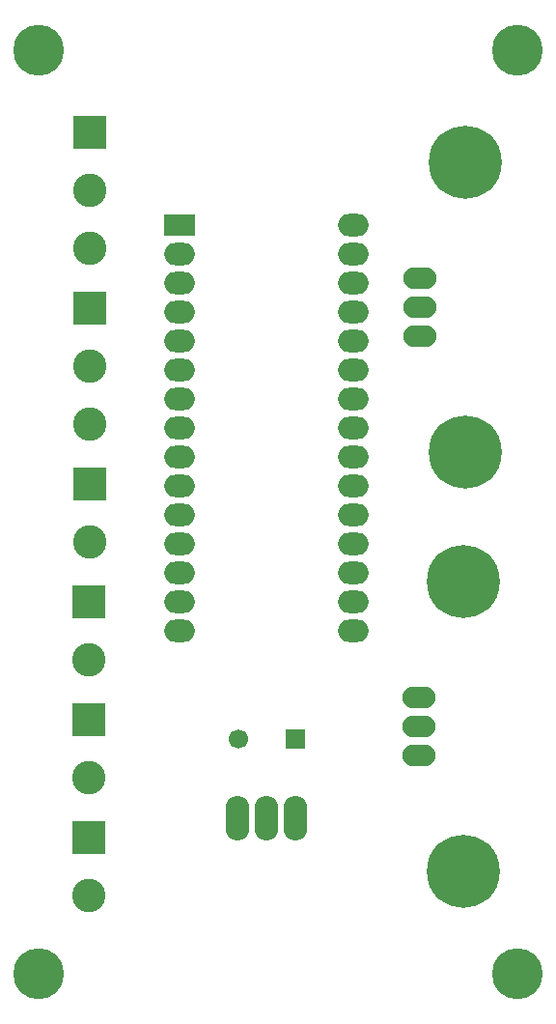
<source format=gbr>
G04 #@! TF.FileFunction,Soldermask,Bot*
%FSLAX46Y46*%
G04 Gerber Fmt 4.6, Leading zero omitted, Abs format (unit mm)*
G04 Created by KiCad (PCBNEW 4.0.4+e1-6308~48~ubuntu16.04.1-stable) date Tue Oct 25 19:33:44 2016*
%MOMM*%
%LPD*%
G01*
G04 APERTURE LIST*
%ADD10C,0.100000*%
%ADD11R,2.940000X2.940000*%
%ADD12C,2.940000*%
%ADD13C,6.399480*%
%ADD14R,2.686000X1.974800*%
%ADD15O,2.686000X1.974800*%
%ADD16O,2.899360X1.901140*%
%ADD17O,2.099260X3.900120*%
%ADD18C,4.464000*%
%ADD19R,1.700000X1.700000*%
%ADD20C,1.700000*%
G04 APERTURE END LIST*
D10*
D11*
X69461380Y-69062600D03*
D12*
X69461380Y-74142600D03*
D13*
X102278180Y-102958900D03*
X102278180Y-77558900D03*
D14*
X77322680Y-46342300D03*
D15*
X77322680Y-48882300D03*
X77322680Y-51422300D03*
X77322680Y-53962300D03*
X77322680Y-56502300D03*
X77322680Y-59042300D03*
X77322680Y-61582300D03*
X77322680Y-64122300D03*
X77322680Y-66662300D03*
X77322680Y-69202300D03*
X77322680Y-71742300D03*
X77322680Y-74282300D03*
X77322680Y-76822300D03*
X77322680Y-79362300D03*
X77322680Y-81902300D03*
X92562680Y-81902300D03*
X92562680Y-79362300D03*
X92562680Y-76822300D03*
X92562680Y-74282300D03*
X92562680Y-71742300D03*
X92562680Y-69202300D03*
X92562680Y-66662300D03*
X92562680Y-64122300D03*
X92562680Y-61582300D03*
X92562680Y-59042300D03*
X92562680Y-56502300D03*
X92562680Y-53962300D03*
X92562680Y-51422300D03*
X92562680Y-48882300D03*
X92562680Y-46342300D03*
D11*
X69486780Y-53670200D03*
D12*
X69486780Y-58750200D03*
X69486780Y-63830200D03*
D11*
X69423280Y-89687400D03*
D12*
X69423280Y-94767400D03*
D11*
X69486780Y-38227000D03*
D12*
X69486780Y-43307000D03*
X69486780Y-48387000D03*
D16*
X98455480Y-53583840D03*
X98455480Y-51043840D03*
X98455480Y-56123840D03*
X98328480Y-90322400D03*
X98328480Y-87782400D03*
X98328480Y-92862400D03*
D17*
X84942680Y-98348800D03*
X82402680Y-98348800D03*
X87482680Y-98348800D03*
D13*
X102417880Y-40805100D03*
X102417880Y-66205100D03*
D18*
X107000000Y-31000000D03*
X107000000Y-112000000D03*
X65000000Y-112000000D03*
X65000000Y-31000000D03*
D19*
X87508080Y-91363800D03*
D20*
X82508080Y-91363800D03*
D11*
X69435980Y-79387700D03*
D12*
X69435980Y-84467700D03*
D11*
X69410580Y-100025200D03*
D12*
X69410580Y-105105200D03*
M02*

</source>
